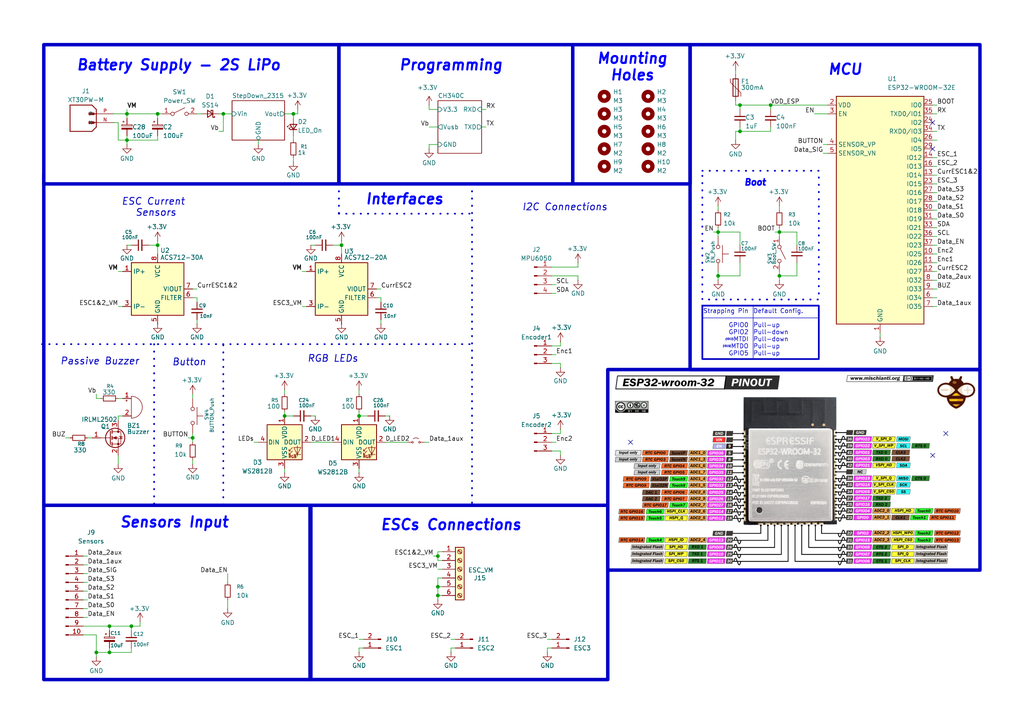
<source format=kicad_sch>
(kicad_sch (version 20250114) (generator "eeschema") (generator_version "9.0")
  (paper "A4")
  (title_block (title "MagicAlonso main control PCB") (date "2025-06-01") (company "JRegi"))
  (rectangle (start 299.72 17.018) (end 348.488 21.59))
  (rectangle (start 12.7 12.954) (end 98.298 53.34) (stroke (width 1)))
  (rectangle (start 299.72 21.59) (end 320.802 49.53))
  (rectangle (start 98.298 12.954) (end 166.116 53.34) (stroke (width 1)))
  (rectangle (start 166.116 12.954) (end 200.152 53.34) (stroke (width 1)))
  (rectangle (start 200.152 12.954) (end 284.226 107.188) (stroke (width 1)))
  (rectangle (start 203.708 88.646) (end 237.49 92.202))
  (rectangle (start 12.7 146.558) (end 89.916 197.104) (stroke (width 1)))
  (rectangle (start 320.802 21.59) (end 341.884 49.53))
  (rectangle (start 203.708 88.646) (end 237.49 104.14) (stroke (width 0.5)))
  (rectangle (start 203.708 49.53) (end 237.49 86.868) (stroke (width 0.5) (type dot)))
  (rectangle (start 341.884 21.59) (end 362.966 49.53))
  (rectangle (start 90.17 146.558) (end 176.276 197.104) (stroke (width 1)))
  (rectangle (start 176.276 107.188) (end 284.226 165.354) (stroke (width 1)))
  (text "ESC Current \nSensors\n" (at 45.212 60.198 0) (effects (font (size 2 2) (thickness 0.25) (italic yes))))
  (text "X" (at 356.87 38.862 0) (effects (font (size 1.27 1.27) (thickness 0.254) (bold yes))))
  (text "Strapping Pin\n\nGPIO0\nGPIO2\nMTDI\nMTDO\nGPIO5" (at 217.17 96.52 0) (effects (font (size 1.27 1.27)) (justify right)))
  (text "Inputs" (at 304.292 23.622 0) (effects (font (size 1.27 1.27))))
  (text "X" (at 354.838 29.972 0) (effects (font (size 1.27 1.27) (thickness 0.254) (bold yes))))
  (text "(IO12)" (at 212.852 98.552 0) (effects (font (size 0.5 0.5) (italic yes)) (justify right)))
  (text "X" (at 334.772 41.148 0) (effects (font (size 1.27 1.27) (thickness 0.254) (bold yes))))
  (text "X" (at 311.912 27.178 0) (effects (font (size 1.27 1.27) (thickness 0.254) (bold yes))))
  (text "Passive Buzzer" (at 28.956 104.902 0) (effects (font (size 2 2) (thickness 0.25) (italic yes))))
  (text "(IO15)" (at 212.09 100.584 0) (effects (font (size 0.5 0.5) (italic yes)) (justify right)))
  (text "X" (at 330.708 27.178 0) (effects (font (size 1.27 1.27) (thickness 0.254) (bold yes))))
  (text "I2C Connectíons" (at 163.83 60.198 0) (effects (font (size 2 2) (thickness 0.25) (italic yes))))
  (text "X" (at 309.118 43.688 0) (effects (font (size 1.27 1.27) (thickness 0.254) (bold yes))))
  (text "X" (at 309.118 46.482 0) (effects (font (size 1.27 1.27) (thickness 0.254) (bold yes))))
  (text "X" (at 354.838 32.512 0) (effects (font (size 1.27 1.27) (thickness 0.254) (bold yes))))
  (text "X" (at 356.87 41.402 0) (effects (font (size 1.27 1.27) (thickness 0.254) (bold yes))))
  (text "X" (at 334.772 35.814 0) (effects (font (size 1.27 1.27) (thickness 0.254) (bold yes))))
  (text "Mounting\nHoles\n" (at 183.388 19.558 0) (effects (font (size 3 3) (thickness 0.6) (bold yes) (italic yes))))
  (text "X" (at 312.674 30.734 0) (effects (font (size 1.27 1.27) (thickness 0.254) (bold yes))))
  (text "ESP32 connections" (at 324.612 19.558 0) (effects (font (size 2 2) (thickness 0.254) (bold yes))))
  (text "X" (at 334.772 38.608 0) (effects (font (size 1.27 1.27) (thickness 0.254) (bold yes))))
  (text "X" (at 356.87 36.068 0) (effects (font (size 1.27 1.27) (thickness 0.254) (bold yes))))
  (text "Battery Supply - 2S LiPo" (at 51.816 19.05 0) (effects (font (size 3 3) (thickness 0.6) (bold yes) (italic yes))))
  (text "Sensors Input" (at 50.546 151.638 0) (effects (font (size 3 3) (thickness 0.6) (bold yes) (italic yes))))
  (text "X" (at 316.484 36.068 0) (effects (font (size 1.27 1.27) (thickness 0.254) (bold yes))))
  (text "MCU" (at 245.11 20.32 0) (effects (font (size 3 3) (thickness 0.6) (bold yes) (italic yes))))
  (text "ESCs Connections" (at 130.81 152.4 0) (effects (font (size 3 3) (thickness 0.6) (bold yes) (italic yes))))
  (text "X" (at 354.838 27.178 0) (effects (font (size 1.27 1.27) (thickness 0.254) (bold yes))))
  (text "Boot " (at 219.71 53.086 0) (effects (font (size 1.8 1.8) (thickness 0.6) (bold yes) (italic yes))))
  (text "RGB LEDs" (at 96.52 104.14 0) (effects (font (size 2 2) (thickness 0.25) (italic yes))))
  (text "Outputs\n" (at 325.882 23.622 0) (effects (font (size 1.27 1.27))))
  (text "X" (at 316.484 38.862 0) (effects (font (size 1.27 1.27) (thickness 0.254) (bold yes))))
  (text "Button" (at 54.864 105.156 0) (effects (font (size 2 2) (thickness 0.25) (italic yes))))
  (text "Interfaces" (at 117.348 57.912 0) (effects (font (size 3 3) (thickness 0.6) (bold yes) (italic yes))))
  (text "X" (at 334.772 33.274 0) (effects (font (size 1.27 1.27) (thickness 0.254) (bold yes))))
  (text "Bidirectionals" (at 348.996 23.622 0) (effects (font (size 1.27 1.27))))
  (text "Default Config.\n\nPull-up\nPull-down\nPull-down\nPull-up\nPull-up" (at 218.44 96.52 0) (effects (font (size 1.27 1.27)) (justify left)))
  (text "Programming" (at 130.81 19.05 0) (effects (font (size 3 3) (thickness 0.6) (bold yes) (italic yes))))
  (junction (at 127 161.29))
  (junction (at 214.63 30.48))
  (junction (at 226.06 67.31))
  (junction (at 208.28 80.01))
  (junction (at 27.94 189.23))
  (junction (at 82.55 120.65))
  (junction (at 38.1 181.61))
  (junction (at 104.14 120.65))
  (junction (at 45.72 71.12))
  (junction (at 99.06 71.12))
  (junction (at 223.52 30.48))
  (junction (at 226.06 80.01))
  (junction (at 36.83 33.02))
  (junction (at 36.83 40.64))
  (junction (at 55.88 127))
  (junction (at 45.72 33.02))
  (junction (at 214.63 38.1))
  (junction (at 127 172.72))
  (junction (at 64.77 33.02))
  (junction (at 31.75 189.23))
  (junction (at 31.75 181.61))
  (junction (at 127 170.18))
  (junction (at 85.09 33.02))
  (junction (at 208.28 67.31))
  (no_connect (at 270.51 132.08))
  (no_connect (at 274.32 125.73))
  (no_connect (at 182.88 128.27))
  (no_connect (at 270.51 35.56))
  (no_connect (at 270.51 43.18))
  (wire (pts (xy 226.06 59.69) (xy 226.06 60.96)))
  (wire (pts (xy 85.09 33.02) (xy 82.55 33.02)))
  (wire (pts (xy 160.02 85.09) (xy 161.29 85.09)))
  (wire (pts (xy 25.4 179.07) (xy 24.13 179.07)))
  (wire (pts (xy 36.83 40.64) (xy 36.83 41.91)))
  (wire (pts (xy 24.13 184.15) (xy 27.94 184.15)))
  (wire (pts (xy 43.18 71.12) (xy 45.72 71.12)))
  (wire (pts (xy 223.52 38.1) (xy 223.52 36.83)))
  (wire (pts (xy 104.14 113.03) (xy 104.14 114.3)))
  (wire (pts (xy 57.15 83.82) (xy 55.88 83.82)))
  (wire (pts (xy 99.06 69.85) (xy 99.06 71.12)))
  (wire (pts (xy 231.14 71.12) (xy 231.14 67.31)))
  (wire (pts (xy 91.44 120.65) (xy 90.17 120.65)))
  (wire (pts (xy 167.64 77.47) (xy 160.02 77.47)))
  (wire (pts (xy 19.05 127) (xy 20.32 127)))
  (wire (pts (xy 271.78 88.9) (xy 270.51 88.9)))
  (wire (pts (xy 34.29 40.64) (xy 36.83 40.64)))
  (wire (pts (xy 271.78 71.12) (xy 270.51 71.12)))
  (wire (pts (xy 82.55 135.89) (xy 82.55 137.16)))
  (wire (pts (xy 109.22 86.36) (xy 110.49 86.36)))
  (wire (pts (xy 90.17 128.27) (xy 96.52 128.27)))
  (wire (pts (xy 158.75 189.23) (xy 158.75 187.96)))
  (wire (pts (xy 130.81 185.42) (xy 132.08 185.42)))
  (wire (pts (xy 124.46 36.83) (xy 127 36.83)))
  (wire (pts (xy 31.75 182.88) (xy 31.75 181.61)))
  (wire (pts (xy 270.51 68.58) (xy 271.78 68.58)))
  (wire (pts (xy 73.66 128.27) (xy 74.93 128.27)))
  (wire (pts (xy 82.55 120.65) (xy 85.09 120.65)))
  (wire (pts (xy 271.78 86.36) (xy 270.51 86.36)))
  (wire (pts (xy 74.93 40.64) (xy 74.93 41.91)))
  (wire (pts (xy 31.75 181.61) (xy 24.13 181.61)))
  (wire (pts (xy 231.14 67.31) (xy 226.06 67.31)))
  (wire (pts (xy 27.94 190.5) (xy 27.94 189.23)))
  (wire (pts (xy 226.06 78.74) (xy 226.06 80.01)))
  (wire (pts (xy 213.36 20.32) (xy 213.36 21.59)))
  (wire (pts (xy 167.64 81.28) (xy 167.64 80.01)))
  (wire (pts (xy 35.56 120.65) (xy 34.29 120.65)))
  (wire (pts (xy 208.28 78.74) (xy 208.28 80.01)))
  (wire (pts (xy 45.72 39.37) (xy 45.72 40.64)))
  (wire (pts (xy 113.03 120.65) (xy 111.76 120.65)))
  (wire (pts (xy 271.78 73.66) (xy 270.51 73.66)))
  (wire (pts (xy 128.27 160.02) (xy 127 160.02)))
  (wire (pts (xy 167.64 76.2) (xy 167.64 77.47)))
  (wire (pts (xy 271.78 78.74) (xy 270.51 78.74)))
  (wire (pts (xy 25.4 163.83) (xy 24.13 163.83)))
  (wire (pts (xy 213.36 38.1) (xy 214.63 38.1)))
  (wire (pts (xy 124.46 30.48) (xy 124.46 31.75)))
  (wire (pts (xy 270.51 76.2) (xy 271.78 76.2)))
  (wire (pts (xy 214.63 30.48) (xy 214.63 31.75)))
  (wire (pts (xy 271.78 55.88) (xy 270.51 55.88)))
  (wire (pts (xy 86.36 31.75) (xy 86.36 33.02)))
  (wire (pts (xy 90.17 71.12) (xy 91.44 71.12)))
  (wire (pts (xy 139.7 31.75) (xy 140.97 31.75)))
  (wire (pts (xy 27.94 189.23) (xy 27.94 184.15)))
  (wire (pts (xy 271.78 48.26) (xy 270.51 48.26)))
  (wire (pts (xy 57.15 92.71) (xy 57.15 93.98)))
  (wire (pts (xy 110.49 87.63) (xy 110.49 86.36)))
  (wire (pts (xy 208.28 59.69) (xy 208.28 60.96)))
  (wire (pts (xy 270.51 30.48) (xy 271.78 30.48)))
  (polyline (pts (xy 136.906 53.34) (xy 136.906 146.558)) (stroke (width 0.5) (type dot)))
  (wire (pts (xy 31.75 189.23) (xy 27.94 189.23)))
  (wire (pts (xy 161.29 128.27) (xy 160.02 128.27)))
  (wire (pts (xy 130.81 187.96) (xy 132.08 187.96)))
  (polyline (pts (xy 44.704 99.822) (xy 44.704 146.558)) (stroke (width 0.5) (type dot)))
  (wire (pts (xy 33.02 33.02) (xy 36.83 33.02)))
  (wire (pts (xy 25.4 173.99) (xy 24.13 173.99)))
  (wire (pts (xy 214.63 67.31) (xy 208.28 67.31)))
  (wire (pts (xy 127 161.29) (xy 127 162.56)))
  (wire (pts (xy 214.63 38.1) (xy 223.52 38.1)))
  (wire (pts (xy 25.4 166.37) (xy 24.13 166.37)))
  (wire (pts (xy 162.56 99.06) (xy 162.56 100.33)))
  (wire (pts (xy 130.81 189.23) (xy 130.81 187.96)))
  (wire (pts (xy 34.29 88.9) (xy 35.56 88.9)))
  (wire (pts (xy 208.28 67.31) (xy 208.28 68.58)))
  (wire (pts (xy 110.49 92.71) (xy 110.49 93.98)))
  (wire (pts (xy 139.7 36.83) (xy 140.97 36.83)))
  (wire (pts (xy 25.4 127) (xy 26.67 127)))
  (wire (pts (xy 38.1 187.96) (xy 38.1 189.23)))
  (wire (pts (xy 27.94 114.3) (xy 27.94 115.57)))
  (wire (pts (xy 104.14 120.65) (xy 106.68 120.65)))
  (wire (pts (xy 271.78 60.96) (xy 270.51 60.96)))
  (wire (pts (xy 124.46 43.18) (xy 124.46 41.91)))
  (wire (pts (xy 162.56 105.41) (xy 160.02 105.41)))
  (wire (pts (xy 66.04 173.99) (xy 66.04 176.53)))
  (wire (pts (xy 236.22 33.02) (xy 240.03 33.02)))
  (wire (pts (xy 34.29 115.57) (xy 35.56 115.57)))
  (wire (pts (xy 127 173.99) (xy 127 172.72)))
  (wire (pts (xy 36.83 33.02) (xy 45.72 33.02)))
  (wire (pts (xy 127 170.18) (xy 128.27 170.18)))
  (wire (pts (xy 270.51 50.8) (xy 271.78 50.8)))
  (wire (pts (xy 271.78 81.28) (xy 270.51 81.28)))
  (wire (pts (xy 213.36 30.48) (xy 214.63 30.48)))
  (wire (pts (xy 36.83 33.02) (xy 36.83 34.29)))
  (wire (pts (xy 207.01 67.31) (xy 208.28 67.31)))
  (wire (pts (xy 271.78 45.72) (xy 270.51 45.72)))
  (wire (pts (xy 271.78 53.34) (xy 270.51 53.34)))
  (wire (pts (xy 82.55 113.03) (xy 82.55 114.3)))
  (wire (pts (xy 64.77 33.02) (xy 67.31 33.02)))
  (wire (pts (xy 127 162.56) (xy 128.27 162.56)))
  (wire (pts (xy 87.63 78.74) (xy 88.9 78.74)))
  (wire (pts (xy 214.63 38.1) (xy 214.63 36.83)))
  (wire (pts (xy 85.09 46.99) (xy 85.09 45.72)))
  (wire (pts (xy 34.29 35.56) (xy 34.29 40.64)))
  (wire (pts (xy 111.76 128.27) (xy 118.11 128.27)))
  (wire (pts (xy 271.78 40.64) (xy 270.51 40.64)))
  (wire (pts (xy 104.14 189.23) (xy 104.14 187.96)))
  (wire (pts (xy 226.06 67.31) (xy 226.06 68.58)))
  (wire (pts (xy 127 172.72) (xy 127 170.18)))
  (wire (pts (xy 57.15 87.63) (xy 57.15 86.36)))
  (wire (pts (xy 208.28 66.04) (xy 208.28 67.31)))
  (wire (pts (xy 231.14 80.01) (xy 226.06 80.01)))
  (wire (pts (xy 162.56 130.81) (xy 160.02 130.81)))
  (wire (pts (xy 55.88 127) (xy 55.88 128.27)))
  (wire (pts (xy 167.64 80.01) (xy 160.02 80.01)))
  (wire (pts (xy 271.78 83.82) (xy 270.51 83.82)))
  (wire (pts (xy 127 170.18) (xy 127 167.64)))
  (wire (pts (xy 162.56 100.33) (xy 160.02 100.33)))
  (wire (pts (xy 270.51 33.02) (xy 271.78 33.02)))
  (wire (pts (xy 104.14 185.42) (xy 105.41 185.42)))
  (wire (pts (xy 124.46 128.27) (xy 123.19 128.27)))
  (wire (pts (xy 54.61 127) (xy 55.88 127)))
  (wire (pts (xy 127 160.02) (xy 127 161.29)))
  (wire (pts (xy 87.63 88.9) (xy 88.9 88.9)))
  (wire (pts (xy 238.76 44.45) (xy 240.03 44.45)))
  (wire (pts (xy 161.29 102.87) (xy 160.02 102.87)))
  (wire (pts (xy 158.75 187.96) (xy 160.02 187.96)))
  (wire (pts (xy 162.56 106.68) (xy 162.56 105.41)))
  (wire (pts (xy 238.76 41.91) (xy 240.03 41.91)))
  (wire (pts (xy 36.83 31.75) (xy 36.83 33.02)))
  (wire (pts (xy 124.46 31.75) (xy 127 31.75)))
  (wire (pts (xy 125.73 161.29) (xy 127 161.29)))
  (polyline (pts (xy 98.298 53.34) (xy 98.298 61.976)) (stroke (width 0.5) (type dot)))
  (wire (pts (xy 27.94 115.57) (xy 29.21 115.57)))
  (wire (pts (xy 86.36 33.02) (xy 85.09 33.02)))
  (wire (pts (xy 213.36 29.21) (xy 213.36 30.48)))
  (wire (pts (xy 36.83 40.64) (xy 45.72 40.64)))
  (wire (pts (xy 110.49 83.82) (xy 109.22 83.82)))
  (wire (pts (xy 45.72 69.85) (xy 45.72 71.12)))
  (wire (pts (xy 31.75 181.61) (xy 38.1 181.61)))
  (wire (pts (xy 63.5 33.02) (xy 64.77 33.02)))
  (wire (pts (xy 34.29 78.74) (xy 35.56 78.74)))
  (wire (pts (xy 271.78 58.42) (xy 270.51 58.42)))
  (wire (pts (xy 223.52 30.48) (xy 223.52 31.75)))
  (polyline (pts (xy 218.44 88.9) (xy 218.44 104.14)))
  (wire (pts (xy 255.27 97.79) (xy 255.27 96.52)))
  (wire (pts (xy 85.09 39.37) (xy 85.09 40.64)))
  (polyline (pts (xy 98.298 61.976) (xy 136.906 61.976)) (stroke (width 0.5) (type dot)))
  (wire (pts (xy 64.77 38.1) (xy 64.77 33.02)))
  (wire (pts (xy 104.14 119.38) (xy 104.14 120.65)))
  (wire (pts (xy 45.72 33.02) (xy 46.99 33.02)))
  (wire (pts (xy 158.75 185.42) (xy 160.02 185.42)))
  (wire (pts (xy 38.1 181.61) (xy 38.1 182.88)))
  (wire (pts (xy 162.56 132.08) (xy 162.56 130.81)))
  (wire (pts (xy 214.63 80.01) (xy 208.28 80.01)))
  (wire (pts (xy 40.64 181.61) (xy 40.64 180.34)))
  (wire (pts (xy 99.06 71.12) (xy 99.06 73.66)))
  (wire (pts (xy 226.06 66.04) (xy 226.06 67.31)))
  (wire (pts (xy 25.4 176.53) (xy 24.13 176.53)))
  (wire (pts (xy 38.1 181.61) (xy 40.64 181.61)))
  (wire (pts (xy 231.14 76.2) (xy 231.14 80.01)))
  (wire (pts (xy 25.4 161.29) (xy 24.13 161.29)))
  (wire (pts (xy 224.79 67.31) (xy 226.06 67.31)))
  (wire (pts (xy 124.46 41.91) (xy 127 41.91)))
  (polyline (pts (xy 12.192 99.822) (xy 136.906 99.822)) (stroke (width 0.5) (type dot)))
  (wire (pts (xy 223.52 30.48) (xy 240.03 30.48)))
  (wire (pts (xy 57.15 86.36) (xy 55.88 86.36)))
  (wire (pts (xy 208.28 80.01) (xy 208.28 81.28)))
  (wire (pts (xy 34.29 120.65) (xy 34.29 121.92)))
  (wire (pts (xy 63.5 38.1) (xy 64.77 38.1)))
  (wire (pts (xy 214.63 76.2) (xy 214.63 80.01)))
  (wire (pts (xy 162.56 125.73) (xy 160.02 125.73)))
  (wire (pts (xy 55.88 114.3) (xy 55.88 115.57)))
  (wire (pts (xy 127 165.1) (xy 128.27 165.1)))
  (wire (pts (xy 34.29 35.56) (xy 33.02 35.56)))
  (wire (pts (xy 213.36 38.1) (xy 213.36 40.64)))
  (wire (pts (xy 25.4 168.91) (xy 24.13 168.91)))
  (wire (pts (xy 36.83 39.37) (xy 36.83 40.64)))
  (wire (pts (xy 271.78 63.5) (xy 270.51 63.5)))
  (wire (pts (xy 45.72 33.02) (xy 45.72 34.29)))
  (wire (pts (xy 36.83 71.12) (xy 38.1 71.12)))
  (polyline (pts (xy 64.77 100.076) (xy 64.77 146.812)) (stroke (width 0.5) (type dot)))
  (wire (pts (xy 82.55 119.38) (xy 82.55 120.65)))
  (wire (pts (xy 104.14 137.16) (xy 104.14 135.89)))
  (wire (pts (xy 55.88 125.73) (xy 55.88 127)))
  (wire (pts (xy 66.04 166.37) (xy 66.04 168.91)))
  (wire (pts (xy 25.4 171.45) (xy 24.13 171.45)))
  (wire (pts (xy 85.09 33.02) (xy 85.09 34.29)))
  (wire (pts (xy 96.52 71.12) (xy 99.06 71.12)))
  (wire (pts (xy 55.88 133.35) (xy 55.88 134.62)))
  (wire (pts (xy 31.75 189.23) (xy 38.1 189.23)))
  (wire (pts (xy 127 172.72) (xy 128.27 172.72)))
  (wire (pts (xy 45.72 71.12) (xy 45.72 73.66)))
  (wire (pts (xy 104.14 187.96) (xy 105.41 187.96)))
  (wire (pts (xy 270.51 38.1) (xy 271.78 38.1)))
  (wire (pts (xy 160.02 82.55) (xy 161.29 82.55)))
  (wire (pts (xy 31.75 187.96) (xy 31.75 189.23)))
  (polyline (pts (xy 12.7 50.8) (xy 12.7 146.558)) (stroke (width 1) (type solid)))
  (wire (pts (xy 127 167.64) (xy 128.27 167.64)))
  (wire (pts (xy 57.15 33.02) (xy 58.42 33.02)))
  (wire (pts (xy 226.06 80.01) (xy 226.06 81.28)))
  (wire (pts (xy 34.29 132.08) (xy 34.29 134.62)))
  (wire (pts (xy 270.51 66.04) (xy 271.78 66.04)))
  (wire (pts (xy 214.63 30.48) (xy 223.52 30.48)))
  (wire (pts (xy 214.63 71.12) (xy 214.63 67.31)))
  (wire (pts (xy 162.56 124.46) (xy 162.56 125.73)))
  (image (at 230.632 136.398) (scale 0.154297))
  (label "Data_SIG" (at 302.26 31.75 0))
  (label "LEDs" (at 73.66 128.27 180))
  (label "Data_EN" (at 345.44 41.91 0))
  (label "BUTTON" (at 302.26 27.94 0))
  (label "BOOT" (at 271.78 30.48 0))
  (label "Data_S1" (at 25.4 173.99 0))
  (label "D_LED2" (at 111.76 128.27 0))
  (label "Data_SIG" (at 238.76 44.45 180))
  (label "Data_S2" (at 25.4 171.45 0))
  (label "ESC_1" (at 104.14 185.42 180))
  (label "Vb" (at 63.5 38.1 180))
  (label "RX" (at 140.97 31.75 0))
  (label "ESC1&2_VM" (at 34.29 88.9 180))
  (label "SDA" (at 161.29 85.09 0))
  (label "EN" (at 236.22 33.02 180))
  (label "VM" (at 34.29 78.74 180) (effects (font (thickness 0.254) (bold yes))))
  (label "Data_S0" (at 323.85 41.91 0))
  (label "ESC_3" (at 345.44 27.94 0))
  (label "Data_S1" (at 323.85 39.37 0))
  (label "ESC_2" (at 130.81 185.42 180))
  (label "Enc1" (at 161.29 102.87 0))
  (label "BUZ" (at 19.05 127 180))
  (label "ESC_3" (at 158.75 185.42 180))
  (label "VDD_ESP" (at 223.52 30.48 0))
  (label "Vb" (at 124.46 36.83 180))
  (label "Data_EN" (at 25.4 179.07 0))
  (label "SCL" (at 271.78 68.58 0))
  (label "TX" (at 140.97 36.83 0))
  (label "Data_2aux" (at 271.78 81.28 0))
  (label "Data_S1" (at 271.78 60.96 0))
  (label "ESC_2" (at 271.78 48.26 0))
  (label "Data_S3" (at 271.78 55.88 0))
  (label "Data_2aux" (at 345.44 36.83 0))
  (label "Data_S2" (at 323.85 36.83 0))
  (label "CurrESC2" (at 110.49 83.82 0))
  (label "Data_1aux" (at 271.78 88.9 0))
  (label "ESC_1" (at 271.78 45.72 0))
  (label "ESC1&2_VM" (at 125.73 161.29 180))
  (label "CurrESC2" (at 302.26 36.83 0))
  (label "Data_1aux" (at 124.46 128.27 0))
  (label "Data_EN" (at 66.04 166.37 180))
  (label "TX" (at 271.78 38.1 0))
  (label "VM" (at 87.63 78.74 180) (effects (font (thickness 0.254) (bold yes))))
  (label "ESC_1" (at 345.44 33.02 0))
  (label "Vb" (at 27.94 114.3 180))
  (label "Enc1" (at 271.78 76.2 0))
  (label "CurrESC1&2" (at 271.78 50.8 0))
  (label "CurrESC1&2" (at 302.26 39.37 0))
  (label "Data_SIG" (at 25.4 166.37 0))
  (label "BUTTON" (at 54.61 127 180))
  (label "ESC3_VM" (at 87.63 88.9 180))
  (label "Enc2" (at 161.29 128.27 0))
  (label "Enc1" (at 302.26 46.99 0))
  (label "BUZ" (at 271.78 83.82 0))
  (label "Data_S0" (at 271.78 63.5 0))
  (label "SCL" (at 161.29 82.55 0))
  (label "Data_S2" (at 271.78 58.42 0))
  (label "BUZ" (at 323.85 27.94 0))
  (label "Data_1aux" (at 25.4 163.83 0))
  (label "D_LED1" (at 90.17 128.27 0))
  (label "Data_EN" (at 271.78 71.12 0))
  (label "Enc2" (at 271.78 73.66 0))
  (label "BUTTON" (at 238.76 41.91 180))
  (label "CurrESC1&2" (at 57.15 83.82 0))
  (label "CurrESC2" (at 271.78 78.74 0))
  (label "EN" (at 207.01 67.31 180))
  (label "VM" (at 36.83 31.75 0) (effects (font (thickness 0.254) (bold yes))))
  (label "Data_S0" (at 25.4 176.53 0))
  (label "ESC_2" (at 345.44 30.48 0))
  (label "Data_2aux" (at 25.4 161.29 0))
  (label "ESC_3" (at 271.78 53.34 0))
  (label "Data_S3" (at 25.4 168.91 0))
  (label "RX" (at 271.78 33.02 0))
  (label "Data_S3" (at 323.85 34.29 0))
  (label "ESC3_VM" (at 127 165.1 180))
  (label "Enc2" (at 302.26 44.45 0))
  (label "SDA" (at 271.78 66.04 0))
  (label "Data_1aux" (at 345.44 39.37 0))
  (label "BOOT" (at 224.79 67.31 180))
  (symbol (lib_id "LED:WS2812B") (at 82.55 128.27 0) (unit 1)
    (property "Reference" "D3" (at 74.676 134.112 0))
    (property "Value" "WS2812B" (at 74.676 136.652 0))
    (property "Footprint" "LED_SMD:LED_WS2812B_PLCC4_5.0x5.0mm_P3.2mm" (effects (hide yes)))
    (property "Datasheet" "https://cdn-shop.adafruit.com/datasheets/WS2812B.pdf" (effects (hide yes)))
    (property "Description" "RGB LED with integrated controller" (effects (hide yes)))
  )
  (symbol (lib_id "Connector:Conn_01x02_Pin") (at 137.16 187.96 180) (unit 1)
    (property "Reference" "J11" (at 138.43 185.4199 0) (effects (justify right)))
    (property "Value" "ESC2" (at 138.43 187.9599 0) (effects (justify right)))
    (property "Footprint" "Connector_JST:JST_XH_S2B-XH-A_1x02_P2.50mm_Horizontal" (effects (hide yes)))
    (property "Description" "Generic connector, single row, 01x02, script generated" (effects (hide yes)))
  )
  (symbol (lib_id "Mechanical:MountingHole") (at 175.26 38.1 0) (unit 1) (in_bom no)
    (property "Reference" "H5" (at 177.8 36.8299 0) (effects (justify left)))
    (property "Value" "M3" (at 177.8 39.3699 0) (effects (justify left)))
    (property "Footprint" "MountingHole:MountingHole_3mm" (effects (hide yes)))
    (property "Description" "Mounting Hole without connection" (effects (hide yes)))
  )
  (symbol (lib_id "power:GND") (at 74.93 41.91 0) (unit 1)
    (property "Reference" "#PWR05" (effects (hide yes)))
    (property "Value" "GND" (at 74.93 45.974 0))
    (property "Description" "Power symbol creates a global label with name \"GND\" , ground" (effects (hide yes)))
  )
  (symbol (lib_id "Device:C_Small") (at 40.64 71.12 90) (unit 1)
    (property "Reference" "C5" (at 38.354 67.31 90) (effects (font (size 1 1)) (justify left)))
    (property "Value" "100nF" (at 40.132 68.834 90) (effects (font (size 1 1)) (justify left)))
    (property "Footprint" "Capacitor_SMD:C_0603_1608Metric" (effects (hide yes)))
    (property "Description" "Unpolarized capacitor, small symbol" (effects (hide yes)))
  )
  (symbol (lib_id "power:GND") (at 213.36 40.64 0) (unit 1)
    (property "Reference" "#PWR06" (effects (hide yes)))
    (property "Value" "GND" (at 213.36 44.704 0))
    (property "Description" "Power symbol creates a global label with name \"GND\" , ground" (effects (hide yes)))
  )
  (symbol (lib_id "power:GND") (at 104.14 137.16 0) (unit 1)
    (property "Reference" "#PWR035" (effects (hide yes)))
    (property "Value" "GND" (at 104.14 140.97 0))
    (property "Description" "Power symbol creates a global label with name \"GND\" , ground" (effects (hide yes)))
  )
  (symbol (lib_id "power:+3.3V") (at 162.56 99.06 0) (mirror y) (unit 1)
    (property "Reference" "#PWR025" (effects (hide yes)))
    (property "Value" "+3.3V" (at 162.814 94.996 0))
    (property "Description" "Power symbol creates a global label with name \"+3.3V\"" (effects (hide yes)))
  )
  (symbol (lib_id "Device:C_Polarized_Small") (at 45.72 36.83 0) (unit 1)
    (property "Reference" "C2" (at 47.244 36.83 0) (effects (justify left)))
    (property "Value" "100uF" (at 47.244 39.37 0) (effects (justify left)))
    (property "Footprint" "Capacitor_SMD:CP_Elec_6.3x5.4" (effects (hide yes)))
    (property "Description" "Polarized capacitor, small symbol" (effects (hide yes)))
  )
  (symbol (lib_id "power:GND") (at 45.72 93.98 0) (unit 1)
    (property "Reference" "#PWR021" (effects (hide yes)))
    (property "Value" "GND" (at 45.72 97.79 0))
    (property "Description" "Power symbol creates a global label with name \"GND\" , ground" (effects (hide yes)))
  )
  (symbol (lib_id "power:+3.3V") (at 162.56 124.46 0) (mirror y) (unit 1)
    (property "Reference" "#PWR030" (effects (hide yes)))
    (property "Value" "+3.3V" (at 162.814 120.396 0))
    (property "Description" "Power symbol creates a global label with name \"+3.3V\"" (effects (hide yes)))
  )
  (symbol (lib_id "Connector:Conn_01x03_Pin") (at 154.94 102.87 0) (unit 1)
    (property "Reference" "J4" (at 155.575 95.25 0))
    (property "Value" "Encoder1" (at 155.575 97.79 0))
    (property "Footprint" "Connector_JST:JST_XH_B3B-XH-A_1x03_P2.50mm_Vertical" (effects (hide yes)))
    (property "Description" "Generic connector, single row, 01x03, script generated" (effects (hide yes)))
  )
  (symbol (lib_id "Device:C_Small") (at 223.52 34.29 0) (unit 1)
    (property "Reference" "C4" (at 225.044 34.036 0) (effects (justify left)))
    (property "Value" "100nF" (at 225.044 36.576 0) (effects (justify left)))
    (property "Footprint" "Capacitor_SMD:C_0805_2012Metric" (effects (hide yes)))
    (property "Description" "Unpolarized capacitor, small symbol" (effects (hide yes)))
  )
  (symbol (lib_id "Device:R_Small") (at 31.75 115.57 270) (unit 1)
    (property "Reference" "R4" (at 33.02 112.014 90) (effects (font (size 1.016 1.016)) (justify right)))
    (property "Value" "330" (at 33.528 113.792 90) (effects (justify right)))
    (property "Footprint" "Resistor_SMD:R_1206_3216Metric" (effects (hide yes)))
    (property "Description" "Resistor, small symbol" (effects (hide yes)))
  )
  (symbol (lib_id "Switch:SW_Push") (at 208.28 73.66 270) (unit 1)
    (property "Reference" "SW2" (at 205.232 73.152 0) (effects (font (size 1 1)) (justify left)))
    (property "Value" "EN_Push" (at 206.756 69.85 0) (effects (font (size 1 1)) (justify left)))
    (property "Footprint" "Button_Switch_SMD:SW_SPST_CK_RS282G05A3" (effects (hide yes)))
    (property "Description" "Push button switch, generic, two pins" (effects (hide yes)))
  )
  (symbol (lib_id "Device:C_Small") (at 214.63 34.29 0) (unit 1)
    (property "Reference" "C3" (at 216.154 34.036 0) (effects (justify left)))
    (property "Value" "1uF" (at 216.154 36.576 0) (effects (justify left)))
    (property "Footprint" "Capacitor_SMD:C_0805_2012Metric" (effects (hide yes)))
    (property "Description" "Unpolarized capacitor, small symbol" (effects (hide yes)))
  )
  (symbol (lib_id "power:+3.3V") (at 208.28 59.69 0) (unit 1)
    (property "Reference" "#PWR09" (effects (hide yes)))
    (property "Value" "+3.3V" (at 208.026 55.626 0))
    (property "Description" "Power symbol creates a global label with name \"+3.3V\"" (effects (hide yes)))
  )
  (symbol (lib_id "MixLib:XT30PW-M") (at 27.94 33.02 0) (unit 1)
    (property "Reference" "J1" (at 24.892 26.416 0))
    (property "Value" "XT30PW-M" (at 24.892 28.956 0))
    (property "Footprint" "XT30PW-M:AMASS_XT30PW-M" (effects (hide yes)))
    (property "MF" "AMASS" (effects (hide yes)))
    (property "MAXIMUM_PACKAGE_HEIGHT" "5 mm" (effects (hide yes)))
    (property "Package" "None" (effects (hide yes)))
    (property "Price" "None" (effects (hide yes)))
    (property "Check_prices" "https://www.snapeda.com/parts/XT30PW-M/AMASS/view-part/?ref=eda" (effects (hide yes)))
    (property "STANDARD" "Manufacturer Recommendations" (effects (hide yes)))
    (property "PARTREV" "1.2" (effects (hide yes)))
    (property "SnapEDA_Link" "https://www.snapeda.com/parts/XT30PW-M/AMASS/view-part/?ref=snap" (effects (hide yes)))
    (property "MP" "XT30PW-M" (effects (hide yes)))
    (property "Description_1" "Socket; DC supply; XT30; male; PIN: 2; on PCBs; THT; Colour: yellow" (effects (hide yes)))
    (property "MANUFACTURER" "Amass" (effects (hide yes)))
    (property "Availability" "Not in stock" (effects (hide yes)))
    (property "SNAPEDA_PN" "XT30PW-M" (effects (hide yes)))
  )
  (symbol (lib_id "Device:LED_Small") (at 85.09 36.83 90) (unit 1)
    (property "Reference" "D2" (at 86.36 35.306 90) (effects (justify right)))
    (property "Value" "LED_On" (at 86.36 37.846 90) (effects (justify right)))
    (property "Footprint" "MixLib:LED_0805_2012Metric" (effects (hide yes)))
    (property "Description" "Light emitting diode, small symbol" (effects (hide yes)))
    (property "Sim.Pin" "1=K 2=A" (effects (hide yes)))
  )
  (symbol (lib_id "power:GND") (at 124.46 43.18 0) (unit 1)
    (property "Reference" "#PWR07" (effects (hide yes)))
    (property "Value" "GND" (at 124.46 47.244 0))
    (property "Description" "Power symbol creates a global label with name \"GND\" , ground" (effects (hide yes)))
  )
  (symbol (lib_id "Device:R_Small") (at 66.04 171.45 180) (unit 1)
    (property "Reference" "R6" (at 68.58 170.1799 0) (effects (font (size 1.016 1.016)) (justify right)))
    (property "Value" "10k" (at 68.58 172.7199 0) (effects (justify right)))
    (property "Footprint" "Resistor_SMD:R_0805_2012Metric" (effects (hide yes)))
    (property "Description" "Resistor, small symbol" (effects (hide yes)))
  )
  (symbol (lib_id "Switch:SW_SPST") (at 226.06 73.66 270) (unit 1)
    (property "Reference" "SW3" (at 223.266 73.406 0) (effects (font (size 1 1)) (justify left)))
    (property "Value" "Boot_SW" (at 224.536 70.358 0) (effects (font (size 1 1)) (justify left)))
    (property "Footprint" "MixLib:SW_Slide-03_P2.54_L9_W4_H7" (effects (hide yes)))
    (property "Description" "Single Pole Single Throw (SPST) switch" (effects (hide yes)))
  )
  (symbol (lib_id "power:+3.3V") (at 86.36 31.75 0) (unit 1)
    (property "Reference" "#PWR02" (effects (hide yes)))
    (property "Value" "+3.3V" (at 86.106 27.686 0))
    (property "Description" "Power symbol creates a global label with name \"+3.3V\"" (effects (hide yes)))
  )
  (symbol (lib_id "power:GND") (at 167.64 81.28 0) (unit 1)
    (property "Reference" "#PWR017" (effects (hide yes)))
    (property "Value" "GND" (at 167.64 85.09 0))
    (property "Description" "Power symbol creates a global label with name \"GND\" , ground" (effects (hide yes)))
  )
  (symbol (lib_id "power:GND") (at 110.49 93.98 0) (unit 1)
    (property "Reference" "#PWR024" (effects (hide yes)))
    (property "Value" "GND" (at 110.49 97.79 0))
    (property "Description" "Power symbol creates a global label with name \"GND\" , ground" (effects (hide yes)))
  )
  (symbol (lib_id "power:GND") (at 36.83 71.12 0) (unit 1)
    (property "Reference" "#PWR013" (effects (hide yes)))
    (property "Value" "GND" (at 36.83 74.93 0))
    (property "Description" "Power symbol creates a global label with name \"GND\" , ground" (effects (hide yes)))
  )
  (symbol (lib_id "power:+3.3V") (at 124.46 30.48 0) (unit 1)
    (property "Reference" "#PWR03" (effects (hide yes)))
    (property "Value" "+3.3V" (at 123.952 25.4 0))
    (property "Description" "Power symbol creates a global label with name \"+3.3V\"" (effects (hide yes)))
  )
  (symbol (lib_id "Device:Polyfuse") (at 213.36 25.4 0) (unit 1)
    (property "Reference" "F1" (at 214.884 23.622 0) (effects (justify left)))
    (property "Value" "300mA" (at 214.884 25.4 0) (effects (justify left)))
    (property "Footprint" "Fuse:Fuse_1812_4532Metric_Pad1.30x3.40mm_HandSolder" (effects (hide yes)))
    (property "Description" "Resettable fuse, polymeric positive temperature coefficient" (effects (hide yes)))
  )
  (symbol (lib_id "power:GND") (at 90.17 71.12 0) (unit 1)
    (property "Reference" "#PWR014" (effects (hide yes)))
    (property "Value" "GND" (at 90.17 74.93 0))
    (property "Description" "Power symbol creates a global label with name \"GND\" , ground" (effects (hide yes)))
  )
  (symbol (lib_id "power:GND") (at 34.29 134.62 0) (unit 1)
    (property "Reference" "#PWR032" (effects (hide yes)))
    (property "Value" "GND" (at 34.29 138.684 0))
    (property "Description" "Power symbol creates a global label with name \"GND\" , ground" (effects (hide yes)))
  )
  (symbol (lib_id "power:GND") (at 66.04 176.53 0) (unit 1)
    (property "Reference" "#PWR047" (effects (hide yes)))
    (property "Value" "GND" (at 66.04 180.594 0))
    (property "Description" "Power symbol creates a global label with name \"GND\" , ground" (effects (hide yes)))
  )
  (symbol (lib_id "power:GND") (at 85.09 46.99 0) (unit 1)
    (property "Reference" "#PWR08" (effects (hide yes)))
    (property "Value" "GND" (at 85.09 50.8 0))
    (property "Description" "Power symbol creates a global label with name \"GND\" , ground" (effects (hide yes)))
  )
  (symbol (lib_id "power:GND") (at 55.88 134.62 0) (unit 1)
    (property "Reference" "#PWR033" (effects (hide yes)))
    (property "Value" "GND" (at 55.88 138.43 0))
    (property "Description" "Power symbol creates a global label with name \"GND\" , ground" (effects (hide yes)))
  )
  (symbol (lib_id "Connector:Conn_01x10_Pin") (at 19.05 171.45 0) (unit 1)
    (property "Reference" "J9" (at 26.416 154.432 0))
    (property "Value" "Sensors" (at 26.416 156.972 0))
    (property "Footprint" "Connector_JST:JST_XH_S10B-XH-A_1x10_P2.50mm_Horizontal" (effects (hide yes)))
    (property "Description" "Generic connector, single row, 01x10, script generated" (effects (hide yes)))
  )
  (symbol (lib_id "Sensor_Current:ACS712xLCTR-20A") (at 99.06 83.82 0) (unit 1)
    (property "Reference" "U3" (at 99.822 72.898 0) (effects (justify left)))
    (property "Value" "ACS712-20A" (at 99.822 74.676 0) (effects (justify left)))
    (property "Footprint" "Package_SO:SOIC-8_3.9x4.9mm_P1.27mm" (effects (hide yes)))
    (property "Datasheet" "http://www.allegromicro.com/~/media/Files/Datasheets/ACS712-Datasheet.ashx?la=en" (effects (hide yes)))
    (property "Description" "±20A Bidirectional Hall-Effect Current Sensor, +5.0V supply, 100mV/A, SOIC-8" (effects (hide yes)))
  )
  (symbol (lib_id "power:+3.3V") (at 213.36 20.32 0) (unit 1)
    (property "Reference" "#PWR01" (effects (hide yes)))
    (property "Value" "+3.3V" (at 213.106 16.256 0))
    (property "Description" "Power symbol creates a global label with name \"+3.3V\"" (effects (hide yes)))
  )
  (symbol (lib_id "power:+3.3V") (at 40.64 180.34 0) (unit 1)
    (property "Reference" "#PWR038" (effects (hide yes)))
    (property "Value" "+3.3V" (at 40.386 176.53 0))
    (property "Description" "Power symbol creates a global label with name \"+3.3V\"" (effects (hide yes)))
  )
  (symbol (lib_id "power:GND") (at 127 173.99 0) (unit 1)
    (property "Reference" "#PWR054" (effects (hide yes)))
    (property "Value" "GND" (at 127 177.8 0))
    (property "Description" "Power symbol creates a global label with name \"GND\" , ground" (effects (hide yes)))
  )
  (symbol (lib_id "power:GND") (at 208.28 81.28 0) (unit 1)
    (property "Reference" "#PWR019" (effects (hide yes)))
    (property "Value" "GND" (at 208.28 85.344 0))
    (property "Description" "Power symbol creates a global label with name \"GND\" , ground" (effects (hide yes)))
  )
  (symbol (lib_id "Connector:Conn_01x03_Pin") (at 154.94 128.27 0) (unit 1)
    (property "Reference" "J5" (at 155.575 120.65 0))
    (property "Value" "Encoder2" (at 155.575 123.19 0))
    (property "Footprint" "Connector_JST:JST_XH_B3B-XH-A_1x03_P2.50mm_Vertical" (effects (hide yes)))
    (property "Description" "Generic connector, single row, 01x03, script generated" (effects (hide yes)))
  )
  (symbol (lib_id "power:+3.3V") (at 82.55 113.03 0) (unit 1)
    (property "Reference" "#PWR028" (effects (hide yes)))
    (property "Value" "+3.3V" (at 82.296 108.966 0))
    (property "Description" "Power symbol creates a global label with name \"+3.3V\"" (effects (hide yes)))
  )
  (symbol (lib_id "Device:Buzzer") (at 38.1 118.11 0) (unit 1)
    (property "Reference" "BZ1" (at 36.83 123.444 0) (effects (justify left)))
    (property "Value" "Buzzer" (at 36.83 125.222 0) (effects (justify left)))
    (property "Footprint" "Buzzer_Beeper:Buzzer_12x9.5RM7.6" (effects (hide yes)))
    (property "Description" "Buzzer, polarized" (effects (hide yes)))
  )
  (symbol (lib_id "power:+3.3V") (at 167.64 76.2 0) (unit 1)
    (property "Reference" "#PWR015" (effects (hide yes)))
    (property "Value" "+3.3V" (at 167.386 72.136 0))
    (property "Description" "Power symbol creates a global label with name \"+3.3V\"" (effects (hide yes)))
  )
  (symbol (lib_id "power:+3.3V") (at 55.88 114.3 0) (unit 1)
    (property "Reference" "#PWR029" (effects (hide yes)))
    (property "Value" "+3.3V" (at 55.626 110.236 0))
    (property "Description" "Power symbol creates a global label with name \"+3.3V\"" (effects (hide yes)))
  )
  (symbol (lib_id "power:GND") (at 36.83 41.91 0) (unit 1)
    (property "Reference" "#PWR04" (effects (hide yes)))
    (property "Value" "GND" (at 36.83 45.974 0))
    (property "Description" "Power symbol creates a global label with name \"GND\" , ground" (effects (hide yes)))
  )
  (symbol (lib_id "power:GND") (at 113.03 120.65 0) (unit 1)
    (property "Reference" "#PWR071" (effects (hide yes)))
    (property "Value" "GND" (at 113.03 124.46 0))
    (property "Description" "Power symbol creates a global label with name \"GND\" , ground" (effects (hide yes)))
  )
  (symbol (lib_id "Jumper:Jumper_2_Small_Open") (at 120.65 128.27 0) (unit 1)
    (property "Reference" "JP1" (effects (hide yes)))
    (property "Value" "Jumper_2_Small_Open" (effects (hide yes)))
    (property "Footprint" "Resistor_SMD:R_1206_3216Metric" (effects (hide yes)))
    (property "Description" "Jumper, 2-pole, small symbol, open" (effects (hide yes)))
  )
  (symbol (lib_id "Connector:Conn_01x02_Pin") (at 165.1 187.96 180) (unit 1)
    (property "Reference" "J12" (at 166.37 185.4199 0) (effects (justify right)))
    (property "Value" "ESC3" (at 166.37 187.9599 0) (effects (justify right)))
    (property "Footprint" "Connector_JST:JST_XH_S2B-XH-A_1x02_P2.50mm_Horizontal" (effects (hide yes)))
    (property "Description" "Generic connector, single row, 01x02, script generated" (effects (hide yes)))
  )
  (symbol (lib_id "Device:R_Small") (at 82.55 116.84 180) (unit 1)
    (property "Reference" "R5" (at 80.772 116.078 0) (effects (font (size 1.016 1.016)) (justify left)))
    (property "Value" "100" (at 81.28 117.856 0) (effects (justify left)))
    (property "Footprint" "Resistor_SMD:R_0805_2012Metric" (effects (hide yes)))
    (property "Description" "Resistor, small symbol" (effects (hide yes)))
  )
  (symbol (lib_id "Device:C_Small") (at 93.98 71.12 90) (unit 1)
    (property "Reference" "C6" (at 91.694 67.31 90) (effects (font (size 1 1)) (justify left)))
    (property "Value" "100nF" (at 93.472 68.834 90) (effects (font (size 1 1)) (justify left)))
    (property "Footprint" "Capacitor_SMD:C_0603_1608Metric" (effects (hide yes)))
    (property "Description" "Unpolarized capacitor, small symbol" (effects (hide yes)))
  )
  (symbol (lib_id "power:GND") (at 99.06 93.98 0) (unit 1)
    (property "Reference" "#PWR023" (effects (hide yes)))
    (property "Value" "GND" (at 99.06 97.79 0))
    (property "Description" "Power symbol creates a global label with name \"GND\" , ground" (effects (hide yes)))
  )
  (symbol (lib_id "Mechanical:MountingHole") (at 175.26 43.18 0) (unit 1) (in_bom no)
    (property "Reference" "H7" (at 177.8 41.9099 0) (effects (justify left)))
    (property "Value" "M2" (at 177.8 44.4499 0) (effects (justify left)))
    (property "Footprint" "MountingHole:MountingHole_2.2mm_M2" (effects (hide yes)))
    (property "Description" "Mounting Hole without connection" (effects (hide yes)))
  )
  (symbol (lib_id "Device:R_Small") (at 226.06 63.5 180) (unit 1)
    (property "Reference" "R3" (at 228.6 62.2299 0) (effects (font (size 1.016 1.016)) (justify right)))
    (property "Value" "10k" (at 228.6 64.7699 0) (effects (justify right)))
    (property "Footprint" "Resistor_SMD:R_0603_1608Metric" (effects (hide yes)))
    (property "Description" "Resistor, small symbol" (effects (hide yes)))
  )
  (symbol (lib_id "power:+3.3V") (at 99.06 69.85 0) (unit 1)
    (property "Reference" "#PWR012" (effects (hide yes)))
    (property "Value" "+3.3V" (at 98.806 65.786 0))
    (property "Description" "Power symbol creates a global label with name \"+3.3V\"" (effects (hide yes)))
  )
  (symbol (lib_id "Mechanical:MountingHole") (at 187.96 48.26 0) (unit 1) (in_bom no)
    (property "Reference" "H10" (at 190.5 46.9899 0) (effects (justify left)))
    (property "Value" "M2" (at 190.5 49.5299 0) (effects (justify left)))
    (property "Footprint" "MountingHole:MountingHole_2.2mm_M2" (effects (hide yes)))
    (property "Description" "Mounting Hole without connection" (effects (hide yes)))
  )
  (symbol (lib_id "Transistor_FET:IRLML2060") (at 31.75 127 0) (unit 1)
    (property "Reference" "Q1" (at 29.21 123.698 0) (effects (justify left)))
    (property "Value" "IRLML2502" (at 23.622 121.666 0) (effects (justify left)))
    (property "Footprint" "Package_TO_SOT_SMD:SOT-23" (effects (hide yes)))
    (property "Datasheet" "https://www.infineon.com/dgdl/irlml2060pbf.pdf?fileId=5546d462533600a401535664b7fb25ee" (effects (hide yes)))
    (property "Description" "1.2A Id, 60V Vds, 480mOhm Rds, N-Channel HEXFET Power MOSFET, SOT-23" (effects (hide yes)))
  )
  (symbol (lib_id "power:GND") (at 158.75 189.23 0) (unit 1)
    (property "Reference" "#PWR041" (effects (hide yes)))
    (property "Value" "GND" (at 158.75 193.04 0))
    (property "Description" "Power symbol creates a global label with name \"GND\" , ground" (effects (hide yes)))
  )
  (symbol (lib_id "Device:R_Small") (at 22.86 127 270) (unit 1)
    (property "Reference" "R8" (at 24.638 128.778 90) (effects (font (size 1.016 1.016)) (justify right)))
    (property "Value" "330" (at 25.146 130.556 90) (effects (justify right)))
    (property "Footprint" "Resistor_SMD:R_0805_2012Metric" (effects (hide yes)))
    (property "Description" "Resistor, small symbol" (effects (hide yes)))
  )
  (symbol (lib_id "Mechanical:MountingHole") (at 187.96 27.94 0) (unit 1) (in_bom no)
    (property "Reference" "H2" (at 190.5 26.6699 0) (effects (justify left)))
    (property "Value" "M3" (at 190.5 29.2099 0) (effects (justify left)))
    (property "Footprint" "MountingHole:MountingHole_3mm" (effects (hide yes)))
    (property "Description" "Mounting Hole without connection" (effects (hide yes)))
  )
  (symbol (lib_id "Switch:SW_Push") (at 55.88 120.65 270) (unit 1)
    (property "Reference" "SW4" (at 59.944 118.618 0) (effects (font (size 1 1)) (justify left)))
    (property "Value" "BUTTON_Push" (at 61.468 115.316 0) (effects (font (size 1 1)) (justify left)))
    (property "Footprint" "Button_Switch_SMD:SW_SPST_CK_RS282G05A3" (effects (hide yes)))
    (property "Description" "Push button switch, generic, two pins" (effects (hide yes)))
  )
  (symbol (lib_id "Device:R_Small") (at 85.09 43.18 0) (unit 1)
    (property "Reference" "R1" (at 89.284 42.5129 0) (effects (font (size 1.016 1.016)) (justify right)))
    (property "Value" "1k" (at 88.776 44.2909 0) (effects (justify right)))
    (property "Footprint" "Resistor_SMD:R_0603_1608Metric" (effects (hide yes)))
    (property "Description" "Resistor, small symbol" (effects (hide yes)))
  )
  (symbol (lib_id "Device:C_Small") (at 57.15 90.17 0) (unit 1)
    (property "Reference" "C9" (at 57.658 88.646 0) (effects (font (size 1 1)) (justify left)))
    (property "Value" "10nF" (at 57.912 91.694 0) (effects (font (size 1 1)) (justify left)))
    (property "Footprint" "Capacitor_SMD:C_0805_2012Metric" (effects (hide yes)))
    (property "Description" "Unpolarized capacitor, small symbol" (effects (hide yes)))
  )
  (symbol (lib_id "Device:C_Polarized_Small") (at 31.75 185.42 0) (unit 1)
    (property "Reference" "C11" (at 32.004 183.642 0) (effects (font (size 1 1)) (justify left)))
    (property "Value" "10uF" (at 32.004 187.198 0) (effects (font (size 1 1)) (justify left)))
    (property "Footprint" "Capacitor_SMD:C_0805_2012Metric" (effects (hide yes)))
    (property "Description" "Polarized capacitor, small symbol" (effects (hide yes)))
  )
  (symbol (lib_id "power:+3.3V") (at 104.14 113.03 0) (unit 1)
    (property "Reference" "#PWR036" (effects (hide yes)))
    (property "Value" "+3.3V" (at 103.886 108.966 0))
    (property "Description" "Power symbol creates a global label with name \"+3.3V\"" (effects (hide yes)))
  )
  (symbol (lib_id "Device:R_Small") (at 55.88 130.81 180) (unit 1)
    (property "Reference" "R9" (at 50.8 129.286 0) (effects (font (size 1.016 1.016)) (justify right)))
    (property "Value" "10k" (at 50.546 131.826 0) (effects (justify right)))
    (property "Footprint" "Resistor_SMD:R_0805_2012Metric" (effects (hide yes)))
    (property "Description" "Resistor, small symbol" (effects (hide yes)))
  )
  (symbol (lib_id "Connector:Screw_Terminal_01x06") (at 133.35 165.1 0) (unit 1)
    (property "Reference" "J15" (at 139.192 167.64 0))
    (property "Value" "ESC_VM" (at 139.446 165.354 0))
    (property "Footprint" "TerminalBlock_Phoenix:TerminalBlock_Phoenix_PT-1,5-6-3.5-H_1x06_P3.50mm_Horizontal" (effects (hide yes)))
    (property "Description" "Generic screw terminal, single row, 01x06, script generated (kicad-library-utils/schlib/autogen/connector/)" (effects (hide yes)))
  )
  (symbol (lib_id "Device:C_Small") (at 38.1 185.42 0) (unit 1)
    (property "Reference" "C12" (at 38.608 183.896 0) (effects (font (size 1 1)) (justify left)))
    (property "Value" "100nF" (at 38.608 186.944 0) (effects (font (size 1 1)) (justify left)))
    (property "Footprint" "Capacitor_SMD:C_0805_2012Metric" (effects (hide yes)))
    (property "Description" "Unpolarized capacitor, small symbol" (effects (hide yes)))
  )
  (symbol (lib_id "Device:C_Small") (at 87.63 120.65 90) (unit 1)
    (property "Reference" "C24" (at 89.662 116.078 90) (effects (font (size 1 1)) (justify left)))
    (property "Value" "100nF" (at 91.44 117.602 90) (effects (font (size 1 1)) (justify left)))
    (property "Footprint" "Capacitor_SMD:C_0805_2012Metric" (effects (hide yes)))
    (property "Description" "Unpolarized capacitor, small symbol" (effects (hide yes)))
  )
  (symbol (lib_id "power:+3.3V") (at 45.72 69.85 0) (unit 1)
    (property "Reference" "#PWR011" (effects (hide yes)))
    (property "Value" "+3.3V" (at 45.466 65.786 0))
    (property "Description" "Power symbol creates a global label with name \"+3.3V\"" (effects (hide yes)))
  )
  (symbol (lib_id "Mechanical:MountingHole") (at 187.96 43.18 0) (unit 1) (in_bom no)
    (property "Reference" "H8" (at 190.5 41.9099 0) (effects (justify left)))
    (property "Value" "M2" (at 190.5 44.4499 0) (effects (justify left)))
    (property "Footprint" "MountingHole:MountingHole_2.2mm_M2" (effects (hide yes)))
    (property "Description" "Mounting Hole without connection" (effects (hide yes)))
  )
  (symbol (lib_id "power:GND") (at 162.56 132.08 0) (mirror y) (unit 1)
    (property "Reference" "#PWR031" (effects (hide yes)))
    (property "Value" "GND" (at 162.56 135.89 0))
    (property "Description" "Power symbol creates a global label with name \"GND\" , ground" (effects (hide yes)))
  )
  (symbol (lib_id "power:GND") (at 27.94 190.5 0) (unit 1)
    (property "Reference" "#PWR042" (effects (hide yes)))
    (property "Value" "GND" (at 27.94 194.564 0))
    (property "Description" "Power symbol creates a global label with name \"GND\" , ground" (effects (hide yes)))
  )
  (symbol (lib_id "Device:C_Small") (at 109.22 120.65 90) (unit 1)
    (property "Reference" "C26" (at 111.252 116.078 90) (effects (font (size 1 1)) (justify left)))
    (property "Value" "100nF" (at 113.03 117.602 90) (effects (font (size 1 1)) (justify left)))
    (property "Footprint" "Capacitor_SMD:C_0805_2012Metric" (effects (hide yes)))
    (property "Description" "Unpolarized capacitor, small symbol" (effects (hide yes)))
  )
  (symbol (lib_id "LED:WS2812B") (at 104.14 128.27 0) (unit 1)
    (property "Reference" "D5" (at 96.52 134.366 0))
    (property "Value" "WS2812B" (at 96.52 136.906 0))
    (property "Footprint" "LED_SMD:LED_WS2812B_PLCC4_5.0x5.0mm_P3.2mm" (effects (hide yes)))
    (property "Datasheet" "https://cdn-shop.adafruit.com/datasheets/WS2812B.pdf" (effects (hide yes)))
    (property "Description" "RGB LED with integrated controller" (effects (hide yes)))
  )
  (symbol (lib_id "Device:C_Small") (at 231.14 73.66 0) (unit 1)
    (property "Reference" "C8" (at 231.394 70.612 0) (effects (font (size 1 1)) (justify left)))
    (property "Value" "100nF" (at 231.394 72.136 0) (effects (font (size 1 1)) (justify left)))
    (property "Footprint" "Capacitor_SMD:C_0603_1608Metric" (effects (hide yes)))
    (property "Description" "Unpolarized capacitor, small symbol" (effects (hide yes)))
  )
  (symbol (lib_id "power:GND") (at 255.27 97.79 0) (unit 1)
    (property "Reference" "#PWR026" (effects (hide yes)))
    (property "Value" "GND" (at 255.27 101.854 0))
    (property "Description" "Power symbol creates a global label with name \"GND\" , ground" (effects (hide yes)))
  )
  (symbol (lib_id "power:GND") (at 162.56 106.68 0) (mirror y) (unit 1)
    (property "Reference" "#PWR027" (effects (hide yes)))
    (property "Value" "GND" (at 162.56 110.49 0))
    (property "Description" "Power symbol creates a global label with name \"GND\" , ground" (effects (hide yes)))
  )
  (symbol (lib_id "RF_Module:ESP32-WROOM-32E") (at 255.27 60.96 0) (unit 1)
    (property "Reference" "U1" (at 257.4133 22.86 0) (effects (justify left)))
    (property "Value" "ESP32-WROOM-32E" (at 257.4133 25.4 0) (effects (justify left)))
    (property "Footprint" "PCM_Espressif:ESP32-WROOM-32E" (effects (hide yes)))
    (property "Datasheet" "https://www.espressif.com/sites/default/files/documentation/esp32-wroom-32e_esp32-wroom-32ue_datasheet_en.pdf" (effects (hide yes)))
    (property "Description" "RF Module, ESP32-D0WD-V3 SoC, without PSRAM, Wi-Fi 802.11b/g/n, Bluetooth, BLE, 32-bit, 2.7-3.6V, onboard antenna, SMD" (effects (hide yes)))
  )
  (symbol (lib_id "power:GND") (at 226.06 81.28 0) (unit 1)
    (property "Reference" "#PWR020" (effects (hide yes)))
    (property "Value" "GND" (at 226.06 85.344 0))
    (property "Description" "Power symbol creates a global label with name \"GND\" , ground" (effects (hide yes)))
  )
  (symbol (lib_id "Connector:Conn_01x04_Pin") (at 154.94 80.01 0) (unit 1)
    (property "Reference" "J2" (at 155.575 72.39 0))
    (property "Value" "MPU6050" (at 155.575 74.93 0))
    (property "Footprint" "MixLib:MPU6050_Module" (effects (hide yes)))
    (property "Description" "Generic connector, single row, 01x04, script generated" (effects (hide yes)))
  )
  (symbol (lib_id "power:GND") (at 57.15 93.98 0) (unit 1)
    (property "Reference" "#PWR022" (effects (hide yes)))
    (property "Value" "GND" (at 57.15 97.79 0))
    (property "Description" "Power symbol creates a global label with name \"GND\" , ground" (effects (hide yes)))
  )
  (symbol (lib_id "Sensor_Current:ACS712xLCTR-20A") (at 45.72 83.82 0) (unit 1)
    (property "Reference" "U2" (at 46.482 72.644 0) (effects (justify left)))
    (property "Value" "ACS712-30A" (at 46.482 74.676 0) (effects (justify left)))
    (property "Footprint" "Package_SO:SOIC-8_3.9x4.9mm_P1.27mm" (effects (hide yes)))
    (property "Datasheet" "http://www.allegromicro.com/~/media/Files/Datasheets/ACS712-Datasheet.ashx?la=en" (effects (hide yes)))
    (property "Description" "±20A Bidirectional Hall-Effect Current Sensor, +5.0V supply, 100mV/A, SOIC-8" (effects (hide yes)))
  )
  (symbol (lib_id "power:GND") (at 82.55 137.16 0) (unit 1)
    (property "Reference" "#PWR034" (effects (hide yes)))
    (property "Value" "GND" (at 82.55 140.97 0))
    (property "Description" "Power symbol creates a global label with name \"GND\" , ground" (effects (hide yes)))
  )
  (symbol (lib_id "Mechanical:MountingHole") (at 175.26 48.26 0) (unit 1) (in_bom no)
    (property "Reference" "H9" (at 177.8 46.9899 0) (effects (justify left)))
    (property "Value" "M2" (at 177.8 49.5299 0) (effects (justify left)))
    (property "Footprint" "MountingHole:MountingHole_2.2mm_M2" (effects (hide yes)))
    (property "Description" "Mounting Hole without connection" (effects (hide yes)))
  )
  (symbol (lib_id "Device:R_Small") (at 208.28 63.5 180) (unit 1)
    (property "Reference" "R2" (at 209.804 62.23 0) (effects (font (size 1.016 1.016)) (justify right)))
    (property "Value" "10k" (at 209.804 64.77 0) (effects (justify right)))
    (property "Footprint" "Resistor_SMD:R_0603_1608Metric" (effects (hide yes)))
    (property "Description" "Resistor, small symbol" (effects (hide yes)))
  )
  (symbol (lib_id "Device:C_Small") (at 214.63 73.66 0) (unit 1)
    (property "Reference" "C7" (at 214.884 70.612 0) (effects (font (size 1 1)) (justify left)))
    (property "Value" "100nF" (at 214.884 72.136 0) (effects (font (size 1 1)) (justify left)))
    (property "Footprint" "Capacitor_SMD:C_0805_2012Metric" (effects (hide yes)))
    (property "Description" "Unpolarized capacitor, small symbol" (effects (hide yes)))
  )
  (symbol (lib_id "power:+3.3V") (at 226.06 59.69 0) (unit 1)
    (property "Reference" "#PWR010" (effects (hide yes)))
    (property "Value" "+3.3V" (at 225.806 55.626 0))
    (property "Description" "Power symbol creates a global label with name \"+3.3V\"" (effects (hide yes)))
  )
  (symbol (lib_id "Connector:Conn_01x02_Pin") (at 110.49 187.96 180) (unit 1)
    (property "Reference" "J10" (at 111.76 185.4199 0) (effects (justify right)))
    (property "Value" "ESC1" (at 111.76 187.9599 0) (effects (justify right)))
    (property "Footprint" "Connector_JST:JST_XH_S2B-XH-A_1x02_P2.50mm_Horizontal" (effects (hide yes)))
    (property "Description" "Generic connector, single row, 01x02, script generated" (effects (hide yes)))
  )
  (symbol (lib_id "Device:R_Small") (at 104.14 116.84 180) (unit 1)
    (property "Reference" "R7" (at 102.362 116.078 0) (effects (font (size 1.016 1.016)) (justify left)))
    (property "Value" "100" (at 102.87 117.856 0) (effects (justify left)))
    (property "Footprint" "Resistor_SMD:R_0805_2012Metric" (effects (hide yes)))
    (property "Description" "Resistor, small symbol" (effects (hide yes)))
  )
  (symbol (lib_id "Mechanical:MountingHole") (at 175.26 33.02 0) (unit 1) (in_bom no)
    (property "Reference" "H3" (at 177.8 31.7499 0) (effects (justify left)))
    (property "Value" "M3" (at 177.8 34.2899 0) (effects (justify left)))
    (property "Footprint" "MountingHole:MountingHole_3mm" (effects (hide yes)))
    (property "Description" "Mounting Hole without connection" (effects (hide yes)))
  )
  (symbol (lib_id "power:GND") (at 91.44 120.65 0) (unit 1)
    (property "Reference" "#PWR069" (effects (hide yes)))
    (property "Value" "GND" (at 91.44 124.46 0))
    (property "Description" "Power symbol creates a global label with name \"GND\" , ground" (effects (hide yes)))
  )
  (symbol (lib_id "Mechanical:MountingHole") (at 187.96 38.1 0) (unit 1) (in_bom no)
    (property "Reference" "H6" (at 190.5 36.8299 0) (effects (justify left)))
    (property "Value" "M3" (at 190.5 39.3699 0) (effects (justify left)))
    (property "Footprint" "MountingHole:MountingHole_3mm" (effects (hide yes)))
    (property "Description" "Mounting Hole without connection" (effects (hide yes)))
  )
  (symbol (lib_id "Mechanical:MountingHole") (at 175.26 27.94 0) (unit 1) (in_bom no)
    (property "Reference" "H1" (at 177.8 26.6699 0) (effects (justify left)))
    (property "Value" "M3" (at 177.8 29.2099 0) (effects (justify left)))
    (property "Footprint" "MountingHole:MountingHole_3mm" (effects (hide yes)))
    (property "Description" "Mounting Hole without connection" (effects (hide yes)))
  )
  (symbol (lib_id "power:GND") (at 104.14 189.23 0) (unit 1)
    (property "Reference" "#PWR039" (effects (hide yes)))
    (property "Value" "GND" (at 104.14 193.04 0))
    (property "Description" "Power symbol creates a global label with name \"GND\" , ground" (effects (hide yes)))
  )
  (symbol (lib_id "power:GND") (at 130.81 189.23 0) (unit 1)
    (property "Reference" "#PWR040" (effects (hide yes)))
    (property "Value" "GND" (at 130.81 193.04 0))
    (property "Description" "Power symbol creates a global label with name \"GND\" , ground" (effects (hide yes)))
  )
  (symbol (lib_id "Switch:SW_SPST") (at 52.07 33.02 0) (unit 1)
    (property "Reference" "SW1" (at 52.07 26.67 0))
    (property "Value" "Power_SW" (at 52.07 29.21 0))
    (property "Footprint" "MixLib:SW_Slide-03_P2.54_L9_W4_H7" (effects (hide yes)))
    (property "Description" "Single Pole Single Throw (SPST) switch" (effects (hide yes)))
  )
  (symbol (lib_id "Device:D_Schottky_Small") (at 60.96 33.02 180) (unit 1)
    (property "Reference" "D1" (at 60.96 27.94 0))
    (property "Value" "SS14" (at 60.96 30.48 0))
    (property "Footprint" "Diode_SMD:D_SMA" (effects (hide yes)))
    (property "Description" "Schottky diode, small symbol" (effects (hide yes)))
  )
  (symbol (lib_id "Device:C_Polarized_Small") (at 36.83 36.83 0) (unit 1)
    (property "Reference" "C28" (at 38.354 36.83 0) (effects (justify left)))
    (property "Value" "100uF" (at 38.354 39.37 0) (effects (justify left)))
    (property "Footprint" "Capacitor_SMD:CP_Elec_6.3x5.4" (effects (hide yes)))
    (property "Description" "Polarized capacitor, small symbol" (effects (hide yes)))
  )
  (symbol (lib_id "Mechanical:MountingHole") (at 187.96 33.02 0) (unit 1) (in_bom no)
    (property "Reference" "H4" (at 190.5 31.7499 0) (effects (justify left)))
    (property "Value" "M3" (at 190.5 34.2899 0) (effects (justify left)))
    (property "Footprint" "MountingHole:MountingHole_3mm" (effects (hide yes)))
    (property "Description" "Mounting Hole without connection" (effects (hide yes)))
  )
  (symbol (lib_id "Device:C_Small") (at 110.49 90.17 0) (unit 1)
    (property "Reference" "C10" (at 110.998 88.646 0) (effects (font (size 1 1)) (justify left)))
    (property "Value" "10nF" (at 111.252 91.694 0) (effects (font (size 1 1)) (justify left)))
    (property "Footprint" "Capacitor_SMD:C_0805_2012Metric" (effects (hide yes)))
    (property "Description" "Unpolarized capacitor, small symbol" (effects (hide yes)))
  )
  (sheet (at 67.31 29.21) (size 15.24 11.43) (stroke (width 0.1524))
    (property "Sheetname" "StepDown_2315" (at 67.31 28.4984 0) (effects (justify left bottom)))
    (property "Sheetfile" "StepDown_2315.kicad_sch" (effects (hide yes)))
    (pin "GND" bidirectional (at 74.93 40.64 270))
    (pin "Vin" input (at 67.31 33.02 180))
    (pin "Vout" output (at 82.55 33.02 0))
  )
  (sheet (at 127 29.21) (size 12.7 15.24) (stroke (width 0.1524))
    (property "Sheetname" "CH340C" (at 127 28.4984 0) (effects (justify left bottom)))
    (property "Sheetfile" "CH340G_programmer.kicad_sch" (effects (hide yes)))
    (pin "GND" input (at 127 41.91 180))
    (pin "RXD" input (at 139.7 31.75 0))
    (pin "TXD" output (at 139.7 36.83 0))
    (pin "Vusb" output (at 127 36.83 180))
    (pin "V3.3" input (at 127 31.75 180))
  )
)
</source>
